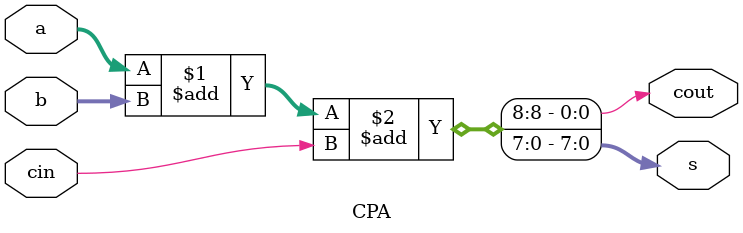
<source format=sv>
`timescale 1 ns / 1 ps

module CPA #(parameter N = 8)
	(input logic [N-1:0] a, b,
	input logic cin,
	output logic [N-1:0] s,
	output logic cout);

	assign {cout, s} = a + b + cin;

endmodule

</source>
